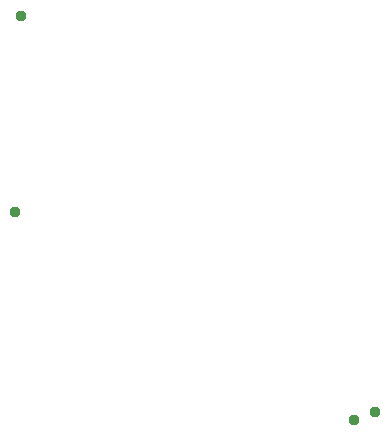
<source format=gbs>
G75*
%MOIN*%
%OFA0B0*%
%FSLAX25Y25*%
%IPPOS*%
%LPD*%
%AMOC8*
5,1,8,0,0,1.08239X$1,22.5*
%
%ADD10C,0.03778*%
D10*
X0190563Y0123130D03*
X0197500Y0125905D03*
X0077490Y0192500D03*
X0079571Y0257708D03*
M02*

</source>
